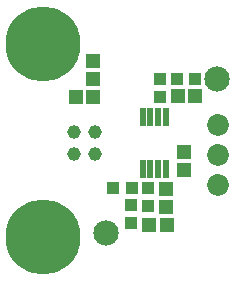
<source format=gts>
G04*
G04 #@! TF.GenerationSoftware,Altium Limited,Altium Designer,20.2.6 (244)*
G04*
G04 Layer_Color=8388736*
%FSLAX25Y25*%
%MOIN*%
G70*
G04*
G04 #@! TF.SameCoordinates,483347BD-C6F0-485E-9654-E4C6DD6975D9*
G04*
G04*
G04 #@! TF.FilePolarity,Negative*
G04*
G01*
G75*
%ADD18C,0.08465*%
%ADD19R,0.04724X0.04528*%
%ADD20R,0.03937X0.04134*%
%ADD21R,0.04528X0.04724*%
%ADD22R,0.02362X0.06299*%
%ADD23R,0.04134X0.03937*%
%ADD24C,0.07284*%
%ADD25C,0.25000*%
%ADD26C,0.04528*%
D18*
X73032Y67913D02*
D03*
X36024Y16339D02*
D03*
D19*
X56299Y19094D02*
D03*
X50394D02*
D03*
X25984Y61811D02*
D03*
X31890D02*
D03*
X65945Y62008D02*
D03*
X60039D02*
D03*
D20*
X65847Y67913D02*
D03*
X59744D02*
D03*
X44685Y31299D02*
D03*
X38583D02*
D03*
D21*
X31890Y73819D02*
D03*
Y67913D02*
D03*
X56102Y25197D02*
D03*
Y31102D02*
D03*
X62205Y43307D02*
D03*
Y37402D02*
D03*
D22*
X56004Y55216D02*
D03*
X53445D02*
D03*
X50886D02*
D03*
X48327D02*
D03*
X56004Y37894D02*
D03*
X53445D02*
D03*
X50886D02*
D03*
X48327D02*
D03*
D23*
X54134Y61713D02*
D03*
Y67815D02*
D03*
X44488Y25787D02*
D03*
Y19685D02*
D03*
X50197Y25394D02*
D03*
Y31496D02*
D03*
D24*
X73622Y32520D02*
D03*
Y42520D02*
D03*
Y52520D02*
D03*
D25*
X15157Y79331D02*
D03*
Y15157D02*
D03*
D26*
X32480Y49984D02*
D03*
X25409D02*
D03*
Y42913D02*
D03*
X32480D02*
D03*
M02*

</source>
